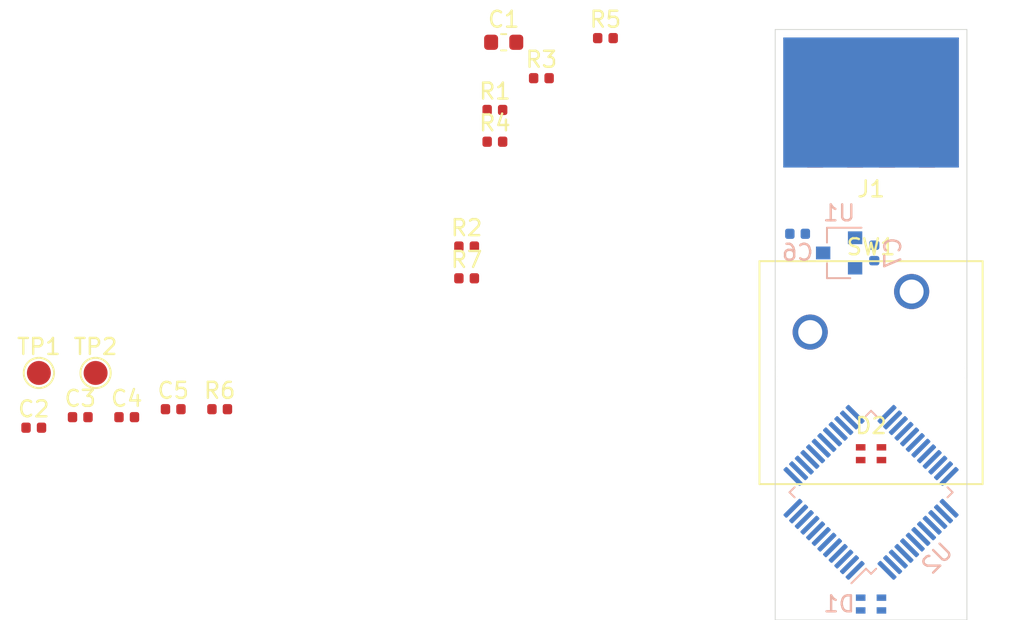
<source format=kicad_pcb>
(kicad_pcb (version 20171130) (host pcbnew 5.1.6)

  (general
    (thickness 1.6)
    (drawings 4)
    (tracks 0)
    (zones 0)
    (modules 22)
    (nets 48)
  )

  (page A4)
  (layers
    (0 F.Cu signal)
    (31 B.Cu signal)
    (32 B.Adhes user)
    (33 F.Adhes user)
    (34 B.Paste user)
    (35 F.Paste user)
    (36 B.SilkS user)
    (37 F.SilkS user)
    (38 B.Mask user)
    (39 F.Mask user)
    (40 Dwgs.User user)
    (41 Cmts.User user)
    (42 Eco1.User user)
    (43 Eco2.User user)
    (44 Edge.Cuts user)
    (45 Margin user)
    (46 B.CrtYd user)
    (47 F.CrtYd user)
    (48 B.Fab user)
    (49 F.Fab user)
  )

  (setup
    (last_trace_width 0.25)
    (trace_clearance 0.2)
    (zone_clearance 0.508)
    (zone_45_only no)
    (trace_min 0.2)
    (via_size 0.8)
    (via_drill 0.4)
    (via_min_size 0.6)
    (via_min_drill 0.3)
    (uvia_size 0.3)
    (uvia_drill 0.1)
    (uvias_allowed no)
    (uvia_min_size 0.2)
    (uvia_min_drill 0.1)
    (edge_width 0.05)
    (segment_width 0.2)
    (pcb_text_width 0.3)
    (pcb_text_size 1.5 1.5)
    (mod_edge_width 0.12)
    (mod_text_size 1 1)
    (mod_text_width 0.15)
    (pad_size 1.524 1.524)
    (pad_drill 0.762)
    (pad_to_mask_clearance 0.05)
    (aux_axis_origin 0 0)
    (visible_elements FFFFF77F)
    (pcbplotparams
      (layerselection 0x010fc_ffffffff)
      (usegerberextensions false)
      (usegerberattributes true)
      (usegerberadvancedattributes true)
      (creategerberjobfile true)
      (excludeedgelayer true)
      (linewidth 0.100000)
      (plotframeref false)
      (viasonmask false)
      (mode 1)
      (useauxorigin false)
      (hpglpennumber 1)
      (hpglpenspeed 20)
      (hpglpendiameter 15.000000)
      (psnegative false)
      (psa4output false)
      (plotreference true)
      (plotvalue true)
      (plotinvisibletext false)
      (padsonsilk false)
      (subtractmaskfromsilk false)
      (outputformat 1)
      (mirror false)
      (drillshape 1)
      (scaleselection 1)
      (outputdirectory ""))
  )

  (net 0 "")
  (net 1 GND)
  (net 2 +3V3)
  (net 3 VBUS)
  (net 4 "Net-(D1-Pad4)")
  (net 5 "Net-(D1-Pad3)")
  (net 6 "Net-(D1-Pad1)")
  (net 7 "Net-(D2-Pad4)")
  (net 8 "Net-(D2-Pad3)")
  (net 9 "Net-(D2-Pad1)")
  (net 10 /D+)
  (net 11 /D-)
  (net 12 /BTN1)
  (net 13 /LED1_R)
  (net 14 /LED1_G)
  (net 15 /LED1_B)
  (net 16 /LED2_R)
  (net 17 /LED2_G)
  (net 18 /LED2_B)
  (net 19 /SWDIO)
  (net 20 /SWCLK)
  (net 21 "Net-(U2-Pad46)")
  (net 22 "Net-(U2-Pad45)")
  (net 23 "Net-(U2-Pad43)")
  (net 24 "Net-(U2-Pad42)")
  (net 25 "Net-(U2-Pad40)")
  (net 26 "Net-(U2-Pad39)")
  (net 27 "Net-(U2-Pad38)")
  (net 28 "Net-(U2-Pad31)")
  (net 29 "Net-(U2-Pad30)")
  (net 30 "Net-(U2-Pad29)")
  (net 31 "Net-(U2-Pad28)")
  (net 32 "Net-(U2-Pad27)")
  (net 33 "Net-(U2-Pad26)")
  (net 34 "Net-(U2-Pad25)")
  (net 35 "Net-(U2-Pad22)")
  (net 36 "Net-(U2-Pad21)")
  (net 37 "Net-(U2-Pad20)")
  (net 38 "Net-(U2-Pad17)")
  (net 39 "Net-(U2-Pad16)")
  (net 40 "Net-(U2-Pad15)")
  (net 41 "Net-(U2-Pad14)")
  (net 42 "Net-(U2-Pad7)")
  (net 43 "Net-(U2-Pad6)")
  (net 44 "Net-(U2-Pad5)")
  (net 45 "Net-(U2-Pad4)")
  (net 46 "Net-(U2-Pad3)")
  (net 47 "Net-(U2-Pad2)")

  (net_class Default "This is the default net class."
    (clearance 0.2)
    (trace_width 0.25)
    (via_dia 0.8)
    (via_drill 0.4)
    (uvia_dia 0.3)
    (uvia_drill 0.1)
    (add_net +3V3)
    (add_net /BTN1)
    (add_net /D+)
    (add_net /D-)
    (add_net /LED1_B)
    (add_net /LED1_G)
    (add_net /LED1_R)
    (add_net /LED2_B)
    (add_net /LED2_G)
    (add_net /LED2_R)
    (add_net /SWCLK)
    (add_net /SWDIO)
    (add_net GND)
    (add_net "Net-(D1-Pad1)")
    (add_net "Net-(D1-Pad3)")
    (add_net "Net-(D1-Pad4)")
    (add_net "Net-(D2-Pad1)")
    (add_net "Net-(D2-Pad3)")
    (add_net "Net-(D2-Pad4)")
    (add_net "Net-(U2-Pad14)")
    (add_net "Net-(U2-Pad15)")
    (add_net "Net-(U2-Pad16)")
    (add_net "Net-(U2-Pad17)")
    (add_net "Net-(U2-Pad2)")
    (add_net "Net-(U2-Pad20)")
    (add_net "Net-(U2-Pad21)")
    (add_net "Net-(U2-Pad22)")
    (add_net "Net-(U2-Pad25)")
    (add_net "Net-(U2-Pad26)")
    (add_net "Net-(U2-Pad27)")
    (add_net "Net-(U2-Pad28)")
    (add_net "Net-(U2-Pad29)")
    (add_net "Net-(U2-Pad3)")
    (add_net "Net-(U2-Pad30)")
    (add_net "Net-(U2-Pad31)")
    (add_net "Net-(U2-Pad38)")
    (add_net "Net-(U2-Pad39)")
    (add_net "Net-(U2-Pad4)")
    (add_net "Net-(U2-Pad40)")
    (add_net "Net-(U2-Pad42)")
    (add_net "Net-(U2-Pad43)")
    (add_net "Net-(U2-Pad45)")
    (add_net "Net-(U2-Pad46)")
    (add_net "Net-(U2-Pad5)")
    (add_net "Net-(U2-Pad6)")
    (add_net "Net-(U2-Pad7)")
    (add_net VBUS)
  )

  (module Capacitor_SMD:C_0402_1005Metric (layer B.Cu) (tedit 5B301BBE) (tstamp 5F92C15E)
    (at 145.4 62.8)
    (descr "Capacitor SMD 0402 (1005 Metric), square (rectangular) end terminal, IPC_7351 nominal, (Body size source: http://www.tortai-tech.com/upload/download/2011102023233369053.pdf), generated with kicad-footprint-generator")
    (tags capacitor)
    (path /5F93753A)
    (attr smd)
    (fp_text reference C6 (at 0 1.17) (layer B.SilkS)
      (effects (font (size 1 1) (thickness 0.15)) (justify mirror))
    )
    (fp_text value 1u (at 0 -1.17) (layer B.Fab)
      (effects (font (size 1 1) (thickness 0.15)) (justify mirror))
    )
    (fp_line (start -0.5 -0.25) (end -0.5 0.25) (layer B.Fab) (width 0.1))
    (fp_line (start -0.5 0.25) (end 0.5 0.25) (layer B.Fab) (width 0.1))
    (fp_line (start 0.5 0.25) (end 0.5 -0.25) (layer B.Fab) (width 0.1))
    (fp_line (start 0.5 -0.25) (end -0.5 -0.25) (layer B.Fab) (width 0.1))
    (fp_line (start -0.93 -0.47) (end -0.93 0.47) (layer B.CrtYd) (width 0.05))
    (fp_line (start -0.93 0.47) (end 0.93 0.47) (layer B.CrtYd) (width 0.05))
    (fp_line (start 0.93 0.47) (end 0.93 -0.47) (layer B.CrtYd) (width 0.05))
    (fp_line (start 0.93 -0.47) (end -0.93 -0.47) (layer B.CrtYd) (width 0.05))
    (fp_text user %R (at 0 0) (layer B.Fab)
      (effects (font (size 0.25 0.25) (thickness 0.04)) (justify mirror))
    )
    (pad 2 smd roundrect (at 0.485 0) (size 0.59 0.64) (layers B.Cu B.Paste B.Mask) (roundrect_rratio 0.25)
      (net 1 GND))
    (pad 1 smd roundrect (at -0.485 0) (size 0.59 0.64) (layers B.Cu B.Paste B.Mask) (roundrect_rratio 0.25)
      (net 3 VBUS))
    (model ${KISYS3DMOD}/Capacitor_SMD.3dshapes/C_0402_1005Metric.wrl
      (at (xyz 0 0 0))
      (scale (xyz 1 1 1))
      (rotate (xyz 0 0 0))
    )
  )

  (module Package_QFP:LQFP-48_7x7mm_P0.5mm (layer B.Cu) (tedit 5D9F72AF) (tstamp 5F92E9DF)
    (at 150 79 45)
    (descr "LQFP, 48 Pin (https://www.analog.com/media/en/technical-documentation/data-sheets/ltc2358-16.pdf), generated with kicad-footprint-generator ipc_gullwing_generator.py")
    (tags "LQFP QFP")
    (path /5F878F8D)
    (attr smd)
    (fp_text reference U2 (at 0 5.85 45) (layer B.SilkS)
      (effects (font (size 1 1) (thickness 0.15)) (justify mirror))
    )
    (fp_text value STM32F072CBT6 (at 0 -5.85 45) (layer B.Fab)
      (effects (font (size 1 1) (thickness 0.15)) (justify mirror))
    )
    (fp_line (start 3.16 -3.61) (end 3.61 -3.61) (layer B.SilkS) (width 0.12))
    (fp_line (start 3.61 -3.61) (end 3.61 -3.16) (layer B.SilkS) (width 0.12))
    (fp_line (start -3.16 -3.61) (end -3.61 -3.61) (layer B.SilkS) (width 0.12))
    (fp_line (start -3.61 -3.61) (end -3.61 -3.16) (layer B.SilkS) (width 0.12))
    (fp_line (start 3.16 3.61) (end 3.61 3.61) (layer B.SilkS) (width 0.12))
    (fp_line (start 3.61 3.61) (end 3.61 3.16) (layer B.SilkS) (width 0.12))
    (fp_line (start -3.16 3.61) (end -3.61 3.61) (layer B.SilkS) (width 0.12))
    (fp_line (start -3.61 3.61) (end -3.61 3.16) (layer B.SilkS) (width 0.12))
    (fp_line (start -3.61 3.16) (end -4.9 3.16) (layer B.SilkS) (width 0.12))
    (fp_line (start -2.5 3.5) (end 3.5 3.5) (layer B.Fab) (width 0.1))
    (fp_line (start 3.5 3.5) (end 3.5 -3.5) (layer B.Fab) (width 0.1))
    (fp_line (start 3.5 -3.5) (end -3.5 -3.5) (layer B.Fab) (width 0.1))
    (fp_line (start -3.5 -3.5) (end -3.5 2.5) (layer B.Fab) (width 0.1))
    (fp_line (start -3.5 2.5) (end -2.5 3.5) (layer B.Fab) (width 0.1))
    (fp_line (start 0 5.15) (end -3.15 5.15) (layer B.CrtYd) (width 0.05))
    (fp_line (start -3.15 5.15) (end -3.15 3.75) (layer B.CrtYd) (width 0.05))
    (fp_line (start -3.15 3.75) (end -3.75 3.75) (layer B.CrtYd) (width 0.05))
    (fp_line (start -3.75 3.75) (end -3.75 3.15) (layer B.CrtYd) (width 0.05))
    (fp_line (start -3.75 3.15) (end -5.15 3.15) (layer B.CrtYd) (width 0.05))
    (fp_line (start -5.15 3.15) (end -5.15 0) (layer B.CrtYd) (width 0.05))
    (fp_line (start 0 5.15) (end 3.15 5.15) (layer B.CrtYd) (width 0.05))
    (fp_line (start 3.15 5.15) (end 3.15 3.75) (layer B.CrtYd) (width 0.05))
    (fp_line (start 3.15 3.75) (end 3.75 3.75) (layer B.CrtYd) (width 0.05))
    (fp_line (start 3.75 3.75) (end 3.75 3.15) (layer B.CrtYd) (width 0.05))
    (fp_line (start 3.75 3.15) (end 5.15 3.15) (layer B.CrtYd) (width 0.05))
    (fp_line (start 5.15 3.15) (end 5.15 0) (layer B.CrtYd) (width 0.05))
    (fp_line (start 0 -5.15) (end -3.15 -5.15) (layer B.CrtYd) (width 0.05))
    (fp_line (start -3.15 -5.15) (end -3.15 -3.75) (layer B.CrtYd) (width 0.05))
    (fp_line (start -3.15 -3.75) (end -3.75 -3.75) (layer B.CrtYd) (width 0.05))
    (fp_line (start -3.75 -3.75) (end -3.75 -3.15) (layer B.CrtYd) (width 0.05))
    (fp_line (start -3.75 -3.15) (end -5.15 -3.15) (layer B.CrtYd) (width 0.05))
    (fp_line (start -5.15 -3.15) (end -5.15 0) (layer B.CrtYd) (width 0.05))
    (fp_line (start 0 -5.15) (end 3.15 -5.15) (layer B.CrtYd) (width 0.05))
    (fp_line (start 3.15 -5.15) (end 3.15 -3.75) (layer B.CrtYd) (width 0.05))
    (fp_line (start 3.15 -3.75) (end 3.75 -3.75) (layer B.CrtYd) (width 0.05))
    (fp_line (start 3.75 -3.75) (end 3.75 -3.15) (layer B.CrtYd) (width 0.05))
    (fp_line (start 3.75 -3.15) (end 5.15 -3.15) (layer B.CrtYd) (width 0.05))
    (fp_line (start 5.15 -3.15) (end 5.15 0) (layer B.CrtYd) (width 0.05))
    (fp_text user %R (at 0 0 45) (layer B.Fab)
      (effects (font (size 1 1) (thickness 0.15)) (justify mirror))
    )
    (pad 48 smd roundrect (at -2.75 4.1625 45) (size 0.3 1.475) (layers B.Cu B.Paste B.Mask) (roundrect_rratio 0.25)
      (net 2 +3V3))
    (pad 47 smd roundrect (at -2.25 4.1625 45) (size 0.3 1.475) (layers B.Cu B.Paste B.Mask) (roundrect_rratio 0.25)
      (net 1 GND))
    (pad 46 smd roundrect (at -1.75 4.1625 45) (size 0.3 1.475) (layers B.Cu B.Paste B.Mask) (roundrect_rratio 0.25)
      (net 21 "Net-(U2-Pad46)"))
    (pad 45 smd roundrect (at -1.25 4.1625 45) (size 0.3 1.475) (layers B.Cu B.Paste B.Mask) (roundrect_rratio 0.25)
      (net 22 "Net-(U2-Pad45)"))
    (pad 44 smd roundrect (at -0.75 4.1625 45) (size 0.3 1.475) (layers B.Cu B.Paste B.Mask) (roundrect_rratio 0.25)
      (net 12 /BTN1))
    (pad 43 smd roundrect (at -0.25 4.1625 45) (size 0.3 1.475) (layers B.Cu B.Paste B.Mask) (roundrect_rratio 0.25)
      (net 23 "Net-(U2-Pad43)"))
    (pad 42 smd roundrect (at 0.25 4.1625 45) (size 0.3 1.475) (layers B.Cu B.Paste B.Mask) (roundrect_rratio 0.25)
      (net 24 "Net-(U2-Pad42)"))
    (pad 41 smd roundrect (at 0.75 4.1625 45) (size 0.3 1.475) (layers B.Cu B.Paste B.Mask) (roundrect_rratio 0.25)
      (net 18 /LED2_B))
    (pad 40 smd roundrect (at 1.25 4.1625 45) (size 0.3 1.475) (layers B.Cu B.Paste B.Mask) (roundrect_rratio 0.25)
      (net 25 "Net-(U2-Pad40)"))
    (pad 39 smd roundrect (at 1.75 4.1625 45) (size 0.3 1.475) (layers B.Cu B.Paste B.Mask) (roundrect_rratio 0.25)
      (net 26 "Net-(U2-Pad39)"))
    (pad 38 smd roundrect (at 2.25 4.1625 45) (size 0.3 1.475) (layers B.Cu B.Paste B.Mask) (roundrect_rratio 0.25)
      (net 27 "Net-(U2-Pad38)"))
    (pad 37 smd roundrect (at 2.75 4.1625 45) (size 0.3 1.475) (layers B.Cu B.Paste B.Mask) (roundrect_rratio 0.25)
      (net 20 /SWCLK))
    (pad 36 smd roundrect (at 4.1625 2.75 45) (size 1.475 0.3) (layers B.Cu B.Paste B.Mask) (roundrect_rratio 0.25)
      (net 2 +3V3))
    (pad 35 smd roundrect (at 4.1625 2.25 45) (size 1.475 0.3) (layers B.Cu B.Paste B.Mask) (roundrect_rratio 0.25)
      (net 1 GND))
    (pad 34 smd roundrect (at 4.1625 1.75 45) (size 1.475 0.3) (layers B.Cu B.Paste B.Mask) (roundrect_rratio 0.25)
      (net 19 /SWDIO))
    (pad 33 smd roundrect (at 4.1625 1.25 45) (size 1.475 0.3) (layers B.Cu B.Paste B.Mask) (roundrect_rratio 0.25)
      (net 10 /D+))
    (pad 32 smd roundrect (at 4.1625 0.75 45) (size 1.475 0.3) (layers B.Cu B.Paste B.Mask) (roundrect_rratio 0.25)
      (net 11 /D-))
    (pad 31 smd roundrect (at 4.1625 0.25 45) (size 1.475 0.3) (layers B.Cu B.Paste B.Mask) (roundrect_rratio 0.25)
      (net 28 "Net-(U2-Pad31)"))
    (pad 30 smd roundrect (at 4.1625 -0.25 45) (size 1.475 0.3) (layers B.Cu B.Paste B.Mask) (roundrect_rratio 0.25)
      (net 29 "Net-(U2-Pad30)"))
    (pad 29 smd roundrect (at 4.1625 -0.75 45) (size 1.475 0.3) (layers B.Cu B.Paste B.Mask) (roundrect_rratio 0.25)
      (net 30 "Net-(U2-Pad29)"))
    (pad 28 smd roundrect (at 4.1625 -1.25 45) (size 1.475 0.3) (layers B.Cu B.Paste B.Mask) (roundrect_rratio 0.25)
      (net 31 "Net-(U2-Pad28)"))
    (pad 27 smd roundrect (at 4.1625 -1.75 45) (size 1.475 0.3) (layers B.Cu B.Paste B.Mask) (roundrect_rratio 0.25)
      (net 32 "Net-(U2-Pad27)"))
    (pad 26 smd roundrect (at 4.1625 -2.25 45) (size 1.475 0.3) (layers B.Cu B.Paste B.Mask) (roundrect_rratio 0.25)
      (net 33 "Net-(U2-Pad26)"))
    (pad 25 smd roundrect (at 4.1625 -2.75 45) (size 1.475 0.3) (layers B.Cu B.Paste B.Mask) (roundrect_rratio 0.25)
      (net 34 "Net-(U2-Pad25)"))
    (pad 24 smd roundrect (at 2.75 -4.1625 45) (size 0.3 1.475) (layers B.Cu B.Paste B.Mask) (roundrect_rratio 0.25)
      (net 2 +3V3))
    (pad 23 smd roundrect (at 2.25 -4.1625 45) (size 0.3 1.475) (layers B.Cu B.Paste B.Mask) (roundrect_rratio 0.25)
      (net 1 GND))
    (pad 22 smd roundrect (at 1.75 -4.1625 45) (size 0.3 1.475) (layers B.Cu B.Paste B.Mask) (roundrect_rratio 0.25)
      (net 35 "Net-(U2-Pad22)"))
    (pad 21 smd roundrect (at 1.25 -4.1625 45) (size 0.3 1.475) (layers B.Cu B.Paste B.Mask) (roundrect_rratio 0.25)
      (net 36 "Net-(U2-Pad21)"))
    (pad 20 smd roundrect (at 0.75 -4.1625 45) (size 0.3 1.475) (layers B.Cu B.Paste B.Mask) (roundrect_rratio 0.25)
      (net 37 "Net-(U2-Pad20)"))
    (pad 19 smd roundrect (at 0.25 -4.1625 45) (size 0.3 1.475) (layers B.Cu B.Paste B.Mask) (roundrect_rratio 0.25)
      (net 16 /LED2_R))
    (pad 18 smd roundrect (at -0.25 -4.1625 45) (size 0.3 1.475) (layers B.Cu B.Paste B.Mask) (roundrect_rratio 0.25)
      (net 17 /LED2_G))
    (pad 17 smd roundrect (at -0.75 -4.1625 45) (size 0.3 1.475) (layers B.Cu B.Paste B.Mask) (roundrect_rratio 0.25)
      (net 38 "Net-(U2-Pad17)"))
    (pad 16 smd roundrect (at -1.25 -4.1625 45) (size 0.3 1.475) (layers B.Cu B.Paste B.Mask) (roundrect_rratio 0.25)
      (net 39 "Net-(U2-Pad16)"))
    (pad 15 smd roundrect (at -1.75 -4.1625 45) (size 0.3 1.475) (layers B.Cu B.Paste B.Mask) (roundrect_rratio 0.25)
      (net 40 "Net-(U2-Pad15)"))
    (pad 14 smd roundrect (at -2.25 -4.1625 45) (size 0.3 1.475) (layers B.Cu B.Paste B.Mask) (roundrect_rratio 0.25)
      (net 41 "Net-(U2-Pad14)"))
    (pad 13 smd roundrect (at -2.75 -4.1625 45) (size 0.3 1.475) (layers B.Cu B.Paste B.Mask) (roundrect_rratio 0.25)
      (net 12 /BTN1))
    (pad 12 smd roundrect (at -4.1625 -2.75 45) (size 1.475 0.3) (layers B.Cu B.Paste B.Mask) (roundrect_rratio 0.25)
      (net 13 /LED1_R))
    (pad 11 smd roundrect (at -4.1625 -2.25 45) (size 1.475 0.3) (layers B.Cu B.Paste B.Mask) (roundrect_rratio 0.25)
      (net 14 /LED1_G))
    (pad 10 smd roundrect (at -4.1625 -1.75 45) (size 1.475 0.3) (layers B.Cu B.Paste B.Mask) (roundrect_rratio 0.25)
      (net 15 /LED1_B))
    (pad 9 smd roundrect (at -4.1625 -1.25 45) (size 1.475 0.3) (layers B.Cu B.Paste B.Mask) (roundrect_rratio 0.25)
      (net 2 +3V3))
    (pad 8 smd roundrect (at -4.1625 -0.75 45) (size 1.475 0.3) (layers B.Cu B.Paste B.Mask) (roundrect_rratio 0.25)
      (net 1 GND))
    (pad 7 smd roundrect (at -4.1625 -0.25 45) (size 1.475 0.3) (layers B.Cu B.Paste B.Mask) (roundrect_rratio 0.25)
      (net 42 "Net-(U2-Pad7)"))
    (pad 6 smd roundrect (at -4.1625 0.25 45) (size 1.475 0.3) (layers B.Cu B.Paste B.Mask) (roundrect_rratio 0.25)
      (net 43 "Net-(U2-Pad6)"))
    (pad 5 smd roundrect (at -4.1625 0.75 45) (size 1.475 0.3) (layers B.Cu B.Paste B.Mask) (roundrect_rratio 0.25)
      (net 44 "Net-(U2-Pad5)"))
    (pad 4 smd roundrect (at -4.1625 1.25 45) (size 1.475 0.3) (layers B.Cu B.Paste B.Mask) (roundrect_rratio 0.25)
      (net 45 "Net-(U2-Pad4)"))
    (pad 3 smd roundrect (at -4.1625 1.75 45) (size 1.475 0.3) (layers B.Cu B.Paste B.Mask) (roundrect_rratio 0.25)
      (net 46 "Net-(U2-Pad3)"))
    (pad 2 smd roundrect (at -4.1625 2.25 45) (size 1.475 0.3) (layers B.Cu B.Paste B.Mask) (roundrect_rratio 0.25)
      (net 47 "Net-(U2-Pad2)"))
    (pad 1 smd roundrect (at -4.1625 2.75 45) (size 1.475 0.3) (layers B.Cu B.Paste B.Mask) (roundrect_rratio 0.25)
      (net 2 +3V3))
    (model ${KISYS3DMOD}/Package_QFP.3dshapes/LQFP-48_7x7mm_P0.5mm.wrl
      (at (xyz 0 0 0))
      (scale (xyz 1 1 1))
      (rotate (xyz 0 0 0))
    )
  )

  (module Package_TO_SOT_SMD:SOT-23 (layer B.Cu) (tedit 5A02FF57) (tstamp 5F92B4F1)
    (at 148 64 180)
    (descr "SOT-23, Standard")
    (tags SOT-23)
    (path /5FA01775)
    (attr smd)
    (fp_text reference U1 (at 0 2.5) (layer B.SilkS)
      (effects (font (size 1 1) (thickness 0.15)) (justify mirror))
    )
    (fp_text value XC6206P332MR (at 0 -2.5) (layer B.Fab)
      (effects (font (size 1 1) (thickness 0.15)) (justify mirror))
    )
    (fp_line (start 0.76 -1.58) (end -0.7 -1.58) (layer B.SilkS) (width 0.12))
    (fp_line (start 0.76 1.58) (end -1.4 1.58) (layer B.SilkS) (width 0.12))
    (fp_line (start -1.7 -1.75) (end -1.7 1.75) (layer B.CrtYd) (width 0.05))
    (fp_line (start 1.7 -1.75) (end -1.7 -1.75) (layer B.CrtYd) (width 0.05))
    (fp_line (start 1.7 1.75) (end 1.7 -1.75) (layer B.CrtYd) (width 0.05))
    (fp_line (start -1.7 1.75) (end 1.7 1.75) (layer B.CrtYd) (width 0.05))
    (fp_line (start 0.76 1.58) (end 0.76 0.65) (layer B.SilkS) (width 0.12))
    (fp_line (start 0.76 -1.58) (end 0.76 -0.65) (layer B.SilkS) (width 0.12))
    (fp_line (start -0.7 -1.52) (end 0.7 -1.52) (layer B.Fab) (width 0.1))
    (fp_line (start 0.7 1.52) (end 0.7 -1.52) (layer B.Fab) (width 0.1))
    (fp_line (start -0.7 0.95) (end -0.15 1.52) (layer B.Fab) (width 0.1))
    (fp_line (start -0.15 1.52) (end 0.7 1.52) (layer B.Fab) (width 0.1))
    (fp_line (start -0.7 0.95) (end -0.7 -1.5) (layer B.Fab) (width 0.1))
    (fp_text user %R (at 0 0 -90) (layer B.Fab)
      (effects (font (size 0.5 0.5) (thickness 0.075)) (justify mirror))
    )
    (pad 1 smd rect (at -1 0.95 180) (size 0.9 0.8) (layers B.Cu B.Paste B.Mask)
      (net 1 GND))
    (pad 2 smd rect (at -1 -0.95 180) (size 0.9 0.8) (layers B.Cu B.Paste B.Mask)
      (net 2 +3V3))
    (pad 3 smd rect (at 1 0 180) (size 0.9 0.8) (layers B.Cu B.Paste B.Mask)
      (net 3 VBUS))
    (model ${KISYS3DMOD}/Package_TO_SOT_SMD.3dshapes/SOT-23.wrl
      (at (xyz 0 0 0))
      (scale (xyz 1 1 1))
      (rotate (xyz 0 0 0))
    )
  )

  (module TestPoint:TestPoint_Pad_D1.5mm (layer F.Cu) (tedit 5A0F774F) (tstamp 5F92A952)
    (at 101.45 71.52)
    (descr "SMD pad as test Point, diameter 1.5mm")
    (tags "test point SMD pad")
    (path /5FCB2854)
    (attr virtual)
    (fp_text reference TP2 (at 0 -1.648) (layer F.SilkS)
      (effects (font (size 1 1) (thickness 0.15)))
    )
    (fp_text value SWCLK (at 0 1.75) (layer F.Fab)
      (effects (font (size 1 1) (thickness 0.15)))
    )
    (fp_circle (center 0 0) (end 1.25 0) (layer F.CrtYd) (width 0.05))
    (fp_circle (center 0 0) (end 0 0.95) (layer F.SilkS) (width 0.12))
    (fp_text user %R (at 0 -1.65) (layer F.Fab)
      (effects (font (size 1 1) (thickness 0.15)))
    )
    (pad 1 smd circle (at 0 0) (size 1.5 1.5) (layers F.Cu F.Mask)
      (net 20 /SWCLK))
  )

  (module TestPoint:TestPoint_Pad_D1.5mm (layer F.Cu) (tedit 5A0F774F) (tstamp 5F92A94A)
    (at 97.9 71.52)
    (descr "SMD pad as test Point, diameter 1.5mm")
    (tags "test point SMD pad")
    (path /5FCAA338)
    (attr virtual)
    (fp_text reference TP1 (at 0 -1.648) (layer F.SilkS)
      (effects (font (size 1 1) (thickness 0.15)))
    )
    (fp_text value SWDIO (at 0 1.75) (layer F.Fab)
      (effects (font (size 1 1) (thickness 0.15)))
    )
    (fp_circle (center 0 0) (end 1.25 0) (layer F.CrtYd) (width 0.05))
    (fp_circle (center 0 0) (end 0 0.95) (layer F.SilkS) (width 0.12))
    (fp_text user %R (at 0 -1.65) (layer F.Fab)
      (effects (font (size 1 1) (thickness 0.15)))
    )
    (pad 1 smd circle (at 0 0) (size 1.5 1.5) (layers F.Cu F.Mask)
      (net 19 /SWDIO))
  )

  (module Button_Switch_Keyboard:SW_Cherry_MX_1.00u_PCB (layer F.Cu) (tedit 5A02FE24) (tstamp 5F92DCF2)
    (at 152.54 66.42)
    (descr "Cherry MX keyswitch, 1.00u, PCB mount, http://cherryamericas.com/wp-content/uploads/2014/12/mx_cat.pdf")
    (tags "Cherry MX keyswitch 1.00u PCB")
    (path /5F925207)
    (fp_text reference SW1 (at -2.54 -2.794) (layer F.SilkS)
      (effects (font (size 1 1) (thickness 0.15)))
    )
    (fp_text value MXxx-xxxx (at -2.54 12.954) (layer F.Fab)
      (effects (font (size 1 1) (thickness 0.15)))
    )
    (fp_line (start -8.89 -1.27) (end 3.81 -1.27) (layer F.Fab) (width 0.1))
    (fp_line (start 3.81 -1.27) (end 3.81 11.43) (layer F.Fab) (width 0.1))
    (fp_line (start 3.81 11.43) (end -8.89 11.43) (layer F.Fab) (width 0.1))
    (fp_line (start -8.89 11.43) (end -8.89 -1.27) (layer F.Fab) (width 0.1))
    (fp_line (start -9.14 11.68) (end -9.14 -1.52) (layer F.CrtYd) (width 0.05))
    (fp_line (start 4.06 11.68) (end -9.14 11.68) (layer F.CrtYd) (width 0.05))
    (fp_line (start 4.06 -1.52) (end 4.06 11.68) (layer F.CrtYd) (width 0.05))
    (fp_line (start -9.14 -1.52) (end 4.06 -1.52) (layer F.CrtYd) (width 0.05))
    (fp_line (start -12.065 -4.445) (end 6.985 -4.445) (layer Dwgs.User) (width 0.15))
    (fp_line (start 6.985 -4.445) (end 6.985 14.605) (layer Dwgs.User) (width 0.15))
    (fp_line (start 6.985 14.605) (end -12.065 14.605) (layer Dwgs.User) (width 0.15))
    (fp_line (start -12.065 14.605) (end -12.065 -4.445) (layer Dwgs.User) (width 0.15))
    (fp_line (start -9.525 -1.905) (end 4.445 -1.905) (layer F.SilkS) (width 0.12))
    (fp_line (start 4.445 -1.905) (end 4.445 12.065) (layer F.SilkS) (width 0.12))
    (fp_line (start 4.445 12.065) (end -9.525 12.065) (layer F.SilkS) (width 0.12))
    (fp_line (start -9.525 12.065) (end -9.525 -1.905) (layer F.SilkS) (width 0.12))
    (fp_text user %R (at -2.54 -2.794) (layer F.Fab)
      (effects (font (size 1 1) (thickness 0.15)))
    )
    (pad "" np_thru_hole circle (at 2.54 5.08) (size 1.7 1.7) (drill 1.7) (layers *.Cu *.Mask))
    (pad "" np_thru_hole circle (at -7.62 5.08) (size 1.7 1.7) (drill 1.7) (layers *.Cu *.Mask))
    (pad "" np_thru_hole circle (at -2.54 5.08) (size 4 4) (drill 4) (layers *.Cu *.Mask))
    (pad 2 thru_hole circle (at -6.35 2.54) (size 2.2 2.2) (drill 1.5) (layers *.Cu *.Mask)
      (net 2 +3V3))
    (pad 1 thru_hole circle (at 0 0) (size 2.2 2.2) (drill 1.5) (layers *.Cu *.Mask)
      (net 12 /BTN1))
    (model ${KISYS3DMOD}/Button_Switch_Keyboard.3dshapes/SW_Cherry_MX_1.00u_PCB.wrl
      (at (xyz 0 0 0))
      (scale (xyz 1 1 1))
      (rotate (xyz 0 0 0))
    )
  )

  (module Resistor_SMD:R_0402_1005Metric (layer F.Cu) (tedit 5B301BBD) (tstamp 5F92A928)
    (at 124.68 65.59)
    (descr "Resistor SMD 0402 (1005 Metric), square (rectangular) end terminal, IPC_7351 nominal, (Body size source: http://www.tortai-tech.com/upload/download/2011102023233369053.pdf), generated with kicad-footprint-generator")
    (tags resistor)
    (path /5FDA0D19)
    (attr smd)
    (fp_text reference R7 (at 0 -1.17) (layer F.SilkS)
      (effects (font (size 1 1) (thickness 0.15)))
    )
    (fp_text value 1k (at 0 1.17) (layer F.Fab)
      (effects (font (size 1 1) (thickness 0.15)))
    )
    (fp_line (start -0.5 0.25) (end -0.5 -0.25) (layer F.Fab) (width 0.1))
    (fp_line (start -0.5 -0.25) (end 0.5 -0.25) (layer F.Fab) (width 0.1))
    (fp_line (start 0.5 -0.25) (end 0.5 0.25) (layer F.Fab) (width 0.1))
    (fp_line (start 0.5 0.25) (end -0.5 0.25) (layer F.Fab) (width 0.1))
    (fp_line (start -0.93 0.47) (end -0.93 -0.47) (layer F.CrtYd) (width 0.05))
    (fp_line (start -0.93 -0.47) (end 0.93 -0.47) (layer F.CrtYd) (width 0.05))
    (fp_line (start 0.93 -0.47) (end 0.93 0.47) (layer F.CrtYd) (width 0.05))
    (fp_line (start 0.93 0.47) (end -0.93 0.47) (layer F.CrtYd) (width 0.05))
    (fp_text user %R (at 0 0) (layer F.Fab)
      (effects (font (size 0.25 0.25) (thickness 0.04)))
    )
    (pad 2 smd roundrect (at 0.485 0) (size 0.59 0.64) (layers F.Cu F.Paste F.Mask) (roundrect_rratio 0.25)
      (net 8 "Net-(D2-Pad3)"))
    (pad 1 smd roundrect (at -0.485 0) (size 0.59 0.64) (layers F.Cu F.Paste F.Mask) (roundrect_rratio 0.25)
      (net 18 /LED2_B))
    (model ${KISYS3DMOD}/Resistor_SMD.3dshapes/R_0402_1005Metric.wrl
      (at (xyz 0 0 0))
      (scale (xyz 1 1 1))
      (rotate (xyz 0 0 0))
    )
  )

  (module Resistor_SMD:R_0402_1005Metric (layer F.Cu) (tedit 5B301BBD) (tstamp 5F92A919)
    (at 109.22 73.79)
    (descr "Resistor SMD 0402 (1005 Metric), square (rectangular) end terminal, IPC_7351 nominal, (Body size source: http://www.tortai-tech.com/upload/download/2011102023233369053.pdf), generated with kicad-footprint-generator")
    (tags resistor)
    (path /5FDA00DF)
    (attr smd)
    (fp_text reference R6 (at 0 -1.17) (layer F.SilkS)
      (effects (font (size 1 1) (thickness 0.15)))
    )
    (fp_text value 1k (at 0 1.17) (layer F.Fab)
      (effects (font (size 1 1) (thickness 0.15)))
    )
    (fp_line (start -0.5 0.25) (end -0.5 -0.25) (layer F.Fab) (width 0.1))
    (fp_line (start -0.5 -0.25) (end 0.5 -0.25) (layer F.Fab) (width 0.1))
    (fp_line (start 0.5 -0.25) (end 0.5 0.25) (layer F.Fab) (width 0.1))
    (fp_line (start 0.5 0.25) (end -0.5 0.25) (layer F.Fab) (width 0.1))
    (fp_line (start -0.93 0.47) (end -0.93 -0.47) (layer F.CrtYd) (width 0.05))
    (fp_line (start -0.93 -0.47) (end 0.93 -0.47) (layer F.CrtYd) (width 0.05))
    (fp_line (start 0.93 -0.47) (end 0.93 0.47) (layer F.CrtYd) (width 0.05))
    (fp_line (start 0.93 0.47) (end -0.93 0.47) (layer F.CrtYd) (width 0.05))
    (fp_text user %R (at 0 0) (layer F.Fab)
      (effects (font (size 0.25 0.25) (thickness 0.04)))
    )
    (pad 2 smd roundrect (at 0.485 0) (size 0.59 0.64) (layers F.Cu F.Paste F.Mask) (roundrect_rratio 0.25)
      (net 7 "Net-(D2-Pad4)"))
    (pad 1 smd roundrect (at -0.485 0) (size 0.59 0.64) (layers F.Cu F.Paste F.Mask) (roundrect_rratio 0.25)
      (net 17 /LED2_G))
    (model ${KISYS3DMOD}/Resistor_SMD.3dshapes/R_0402_1005Metric.wrl
      (at (xyz 0 0 0))
      (scale (xyz 1 1 1))
      (rotate (xyz 0 0 0))
    )
  )

  (module Resistor_SMD:R_0402_1005Metric (layer F.Cu) (tedit 5B301BBD) (tstamp 5F92A90A)
    (at 133.37 50.54)
    (descr "Resistor SMD 0402 (1005 Metric), square (rectangular) end terminal, IPC_7351 nominal, (Body size source: http://www.tortai-tech.com/upload/download/2011102023233369053.pdf), generated with kicad-footprint-generator")
    (tags resistor)
    (path /5FD9D2CE)
    (attr smd)
    (fp_text reference R5 (at 0 -1.17) (layer F.SilkS)
      (effects (font (size 1 1) (thickness 0.15)))
    )
    (fp_text value 1k (at 0 1.17) (layer F.Fab)
      (effects (font (size 1 1) (thickness 0.15)))
    )
    (fp_line (start -0.5 0.25) (end -0.5 -0.25) (layer F.Fab) (width 0.1))
    (fp_line (start -0.5 -0.25) (end 0.5 -0.25) (layer F.Fab) (width 0.1))
    (fp_line (start 0.5 -0.25) (end 0.5 0.25) (layer F.Fab) (width 0.1))
    (fp_line (start 0.5 0.25) (end -0.5 0.25) (layer F.Fab) (width 0.1))
    (fp_line (start -0.93 0.47) (end -0.93 -0.47) (layer F.CrtYd) (width 0.05))
    (fp_line (start -0.93 -0.47) (end 0.93 -0.47) (layer F.CrtYd) (width 0.05))
    (fp_line (start 0.93 -0.47) (end 0.93 0.47) (layer F.CrtYd) (width 0.05))
    (fp_line (start 0.93 0.47) (end -0.93 0.47) (layer F.CrtYd) (width 0.05))
    (fp_text user %R (at 0 0) (layer F.Fab)
      (effects (font (size 0.25 0.25) (thickness 0.04)))
    )
    (pad 2 smd roundrect (at 0.485 0) (size 0.59 0.64) (layers F.Cu F.Paste F.Mask) (roundrect_rratio 0.25)
      (net 9 "Net-(D2-Pad1)"))
    (pad 1 smd roundrect (at -0.485 0) (size 0.59 0.64) (layers F.Cu F.Paste F.Mask) (roundrect_rratio 0.25)
      (net 16 /LED2_R))
    (model ${KISYS3DMOD}/Resistor_SMD.3dshapes/R_0402_1005Metric.wrl
      (at (xyz 0 0 0))
      (scale (xyz 1 1 1))
      (rotate (xyz 0 0 0))
    )
  )

  (module Resistor_SMD:R_0402_1005Metric (layer F.Cu) (tedit 5B301BBD) (tstamp 5F92A8FB)
    (at 126.45 57.03)
    (descr "Resistor SMD 0402 (1005 Metric), square (rectangular) end terminal, IPC_7351 nominal, (Body size source: http://www.tortai-tech.com/upload/download/2011102023233369053.pdf), generated with kicad-footprint-generator")
    (tags resistor)
    (path /5F9366E4)
    (attr smd)
    (fp_text reference R4 (at 0 -1.17) (layer F.SilkS)
      (effects (font (size 1 1) (thickness 0.15)))
    )
    (fp_text value 1k (at 0 1.17) (layer F.Fab)
      (effects (font (size 1 1) (thickness 0.15)))
    )
    (fp_line (start -0.5 0.25) (end -0.5 -0.25) (layer F.Fab) (width 0.1))
    (fp_line (start -0.5 -0.25) (end 0.5 -0.25) (layer F.Fab) (width 0.1))
    (fp_line (start 0.5 -0.25) (end 0.5 0.25) (layer F.Fab) (width 0.1))
    (fp_line (start 0.5 0.25) (end -0.5 0.25) (layer F.Fab) (width 0.1))
    (fp_line (start -0.93 0.47) (end -0.93 -0.47) (layer F.CrtYd) (width 0.05))
    (fp_line (start -0.93 -0.47) (end 0.93 -0.47) (layer F.CrtYd) (width 0.05))
    (fp_line (start 0.93 -0.47) (end 0.93 0.47) (layer F.CrtYd) (width 0.05))
    (fp_line (start 0.93 0.47) (end -0.93 0.47) (layer F.CrtYd) (width 0.05))
    (fp_text user %R (at 0 0) (layer F.Fab)
      (effects (font (size 0.25 0.25) (thickness 0.04)))
    )
    (pad 2 smd roundrect (at 0.485 0) (size 0.59 0.64) (layers F.Cu F.Paste F.Mask) (roundrect_rratio 0.25)
      (net 5 "Net-(D1-Pad3)"))
    (pad 1 smd roundrect (at -0.485 0) (size 0.59 0.64) (layers F.Cu F.Paste F.Mask) (roundrect_rratio 0.25)
      (net 15 /LED1_B))
    (model ${KISYS3DMOD}/Resistor_SMD.3dshapes/R_0402_1005Metric.wrl
      (at (xyz 0 0 0))
      (scale (xyz 1 1 1))
      (rotate (xyz 0 0 0))
    )
  )

  (module Resistor_SMD:R_0402_1005Metric (layer F.Cu) (tedit 5B301BBD) (tstamp 5F92A8EC)
    (at 129.36 53.05)
    (descr "Resistor SMD 0402 (1005 Metric), square (rectangular) end terminal, IPC_7351 nominal, (Body size source: http://www.tortai-tech.com/upload/download/2011102023233369053.pdf), generated with kicad-footprint-generator")
    (tags resistor)
    (path /5F935EFD)
    (attr smd)
    (fp_text reference R3 (at 0 -1.17) (layer F.SilkS)
      (effects (font (size 1 1) (thickness 0.15)))
    )
    (fp_text value 1k (at 0 1.17) (layer F.Fab)
      (effects (font (size 1 1) (thickness 0.15)))
    )
    (fp_line (start -0.5 0.25) (end -0.5 -0.25) (layer F.Fab) (width 0.1))
    (fp_line (start -0.5 -0.25) (end 0.5 -0.25) (layer F.Fab) (width 0.1))
    (fp_line (start 0.5 -0.25) (end 0.5 0.25) (layer F.Fab) (width 0.1))
    (fp_line (start 0.5 0.25) (end -0.5 0.25) (layer F.Fab) (width 0.1))
    (fp_line (start -0.93 0.47) (end -0.93 -0.47) (layer F.CrtYd) (width 0.05))
    (fp_line (start -0.93 -0.47) (end 0.93 -0.47) (layer F.CrtYd) (width 0.05))
    (fp_line (start 0.93 -0.47) (end 0.93 0.47) (layer F.CrtYd) (width 0.05))
    (fp_line (start 0.93 0.47) (end -0.93 0.47) (layer F.CrtYd) (width 0.05))
    (fp_text user %R (at 0 0) (layer F.Fab)
      (effects (font (size 0.25 0.25) (thickness 0.04)))
    )
    (pad 2 smd roundrect (at 0.485 0) (size 0.59 0.64) (layers F.Cu F.Paste F.Mask) (roundrect_rratio 0.25)
      (net 4 "Net-(D1-Pad4)"))
    (pad 1 smd roundrect (at -0.485 0) (size 0.59 0.64) (layers F.Cu F.Paste F.Mask) (roundrect_rratio 0.25)
      (net 14 /LED1_G))
    (model ${KISYS3DMOD}/Resistor_SMD.3dshapes/R_0402_1005Metric.wrl
      (at (xyz 0 0 0))
      (scale (xyz 1 1 1))
      (rotate (xyz 0 0 0))
    )
  )

  (module Resistor_SMD:R_0402_1005Metric (layer F.Cu) (tedit 5B301BBD) (tstamp 5F92A8DD)
    (at 124.68 63.6)
    (descr "Resistor SMD 0402 (1005 Metric), square (rectangular) end terminal, IPC_7351 nominal, (Body size source: http://www.tortai-tech.com/upload/download/2011102023233369053.pdf), generated with kicad-footprint-generator")
    (tags resistor)
    (path /5F9354AF)
    (attr smd)
    (fp_text reference R2 (at 0 -1.17) (layer F.SilkS)
      (effects (font (size 1 1) (thickness 0.15)))
    )
    (fp_text value 1k (at 0 1.17) (layer F.Fab)
      (effects (font (size 1 1) (thickness 0.15)))
    )
    (fp_line (start -0.5 0.25) (end -0.5 -0.25) (layer F.Fab) (width 0.1))
    (fp_line (start -0.5 -0.25) (end 0.5 -0.25) (layer F.Fab) (width 0.1))
    (fp_line (start 0.5 -0.25) (end 0.5 0.25) (layer F.Fab) (width 0.1))
    (fp_line (start 0.5 0.25) (end -0.5 0.25) (layer F.Fab) (width 0.1))
    (fp_line (start -0.93 0.47) (end -0.93 -0.47) (layer F.CrtYd) (width 0.05))
    (fp_line (start -0.93 -0.47) (end 0.93 -0.47) (layer F.CrtYd) (width 0.05))
    (fp_line (start 0.93 -0.47) (end 0.93 0.47) (layer F.CrtYd) (width 0.05))
    (fp_line (start 0.93 0.47) (end -0.93 0.47) (layer F.CrtYd) (width 0.05))
    (fp_text user %R (at 0 0) (layer F.Fab)
      (effects (font (size 0.25 0.25) (thickness 0.04)))
    )
    (pad 2 smd roundrect (at 0.485 0) (size 0.59 0.64) (layers F.Cu F.Paste F.Mask) (roundrect_rratio 0.25)
      (net 6 "Net-(D1-Pad1)"))
    (pad 1 smd roundrect (at -0.485 0) (size 0.59 0.64) (layers F.Cu F.Paste F.Mask) (roundrect_rratio 0.25)
      (net 13 /LED1_R))
    (model ${KISYS3DMOD}/Resistor_SMD.3dshapes/R_0402_1005Metric.wrl
      (at (xyz 0 0 0))
      (scale (xyz 1 1 1))
      (rotate (xyz 0 0 0))
    )
  )

  (module Resistor_SMD:R_0402_1005Metric (layer F.Cu) (tedit 5B301BBD) (tstamp 5F92A8CE)
    (at 126.45 55.04)
    (descr "Resistor SMD 0402 (1005 Metric), square (rectangular) end terminal, IPC_7351 nominal, (Body size source: http://www.tortai-tech.com/upload/download/2011102023233369053.pdf), generated with kicad-footprint-generator")
    (tags resistor)
    (path /5F905B31)
    (attr smd)
    (fp_text reference R1 (at 0 -1.17) (layer F.SilkS)
      (effects (font (size 1 1) (thickness 0.15)))
    )
    (fp_text value 10k (at 0 1.17) (layer F.Fab)
      (effects (font (size 1 1) (thickness 0.15)))
    )
    (fp_line (start -0.5 0.25) (end -0.5 -0.25) (layer F.Fab) (width 0.1))
    (fp_line (start -0.5 -0.25) (end 0.5 -0.25) (layer F.Fab) (width 0.1))
    (fp_line (start 0.5 -0.25) (end 0.5 0.25) (layer F.Fab) (width 0.1))
    (fp_line (start 0.5 0.25) (end -0.5 0.25) (layer F.Fab) (width 0.1))
    (fp_line (start -0.93 0.47) (end -0.93 -0.47) (layer F.CrtYd) (width 0.05))
    (fp_line (start -0.93 -0.47) (end 0.93 -0.47) (layer F.CrtYd) (width 0.05))
    (fp_line (start 0.93 -0.47) (end 0.93 0.47) (layer F.CrtYd) (width 0.05))
    (fp_line (start 0.93 0.47) (end -0.93 0.47) (layer F.CrtYd) (width 0.05))
    (fp_text user %R (at 0 0) (layer F.Fab)
      (effects (font (size 0.25 0.25) (thickness 0.04)))
    )
    (pad 2 smd roundrect (at 0.485 0) (size 0.59 0.64) (layers F.Cu F.Paste F.Mask) (roundrect_rratio 0.25)
      (net 1 GND))
    (pad 1 smd roundrect (at -0.485 0) (size 0.59 0.64) (layers F.Cu F.Paste F.Mask) (roundrect_rratio 0.25)
      (net 12 /BTN1))
    (model ${KISYS3DMOD}/Resistor_SMD.3dshapes/R_0402_1005Metric.wrl
      (at (xyz 0 0 0))
      (scale (xyz 1 1 1))
      (rotate (xyz 0 0 0))
    )
  )

  (module anykey:USB_A_Plug_PCB (layer F.Cu) (tedit 5F8DF2F0) (tstamp 5F92A8BF)
    (at 150 50)
    (path /5F874047)
    (attr virtual)
    (fp_text reference J1 (at 0 10) (layer F.SilkS)
      (effects (font (size 1 1) (thickness 0.15)))
    )
    (fp_text value USB_A (at 0 -1) (layer F.Fab)
      (effects (font (size 1 1) (thickness 0.15)))
    )
    (fp_line (start -6 11.75) (end -6 0) (layer Dwgs.User) (width 0.12))
    (fp_line (start -6 0) (end 6 0) (layer Dwgs.User) (width 0.12))
    (fp_line (start 6 0) (end 6 11.75) (layer Dwgs.User) (width 0.12))
    (pad 5 connect rect (at 0 4.575) (size 11 8.15) (layers B.Cu B.Mask)
      (net 1 GND))
    (pad 4 connect rect (at 3.5 4.945) (size 1 7.41) (layers F.Cu F.Mask)
      (net 1 GND))
    (pad 3 connect rect (at 1 5.445) (size 1 6.41) (layers F.Cu F.Mask)
      (net 10 /D+))
    (pad 2 connect rect (at -1 5.445) (size 1 6.41) (layers F.Cu F.Mask)
      (net 11 /D-))
    (pad 1 connect rect (at -3.5 4.945) (size 1 7.41) (layers F.Cu F.Mask)
      (net 3 VBUS))
  )

  (module anykey:LED_MEIHUA_MHPA1515RGBDT (layer F.Cu) (tedit 5F906CA6) (tstamp 5F92A8B3)
    (at 150 76.58 180)
    (path /5FD938D9)
    (fp_text reference D2 (at 0 1.75) (layer F.SilkS)
      (effects (font (size 1 1) (thickness 0.15)))
    )
    (fp_text value MHPA1515RGBDT (at 0 -1.75) (layer F.Fab)
      (effects (font (size 1 1) (thickness 0.15)))
    )
    (fp_line (start 0.8 0.45) (end 0.5 0.75) (layer F.Fab) (width 0.1))
    (fp_line (start -0.8 0.75) (end -0.8 -0.75) (layer F.Fab) (width 0.1))
    (fp_line (start 0.5 0.75) (end -0.8 0.75) (layer F.Fab) (width 0.1))
    (fp_line (start 0.8 -0.75) (end 0.8 0.45) (layer F.Fab) (width 0.1))
    (fp_line (start -0.8 -0.75) (end 0.8 -0.75) (layer F.Fab) (width 0.1))
    (fp_line (start -1 -1) (end 1 -1) (layer F.CrtYd) (width 0.05))
    (fp_line (start 1 -1) (end 1 1) (layer F.CrtYd) (width 0.05))
    (fp_line (start 1 1) (end -1 1) (layer F.CrtYd) (width 0.05))
    (fp_line (start -1 1) (end -1 -1) (layer F.CrtYd) (width 0.05))
    (fp_text user %R (at 0 0) (layer F.Fab)
      (effects (font (size 0.3 0.3) (thickness 0.05)))
    )
    (pad 4 smd rect (at 0.65 -0.4 180) (size 0.6 0.4) (layers F.Cu F.Paste F.Mask)
      (net 7 "Net-(D2-Pad4)"))
    (pad 3 smd rect (at -0.65 -0.4 180) (size 0.6 0.4) (layers F.Cu F.Paste F.Mask)
      (net 8 "Net-(D2-Pad3)"))
    (pad 2 smd rect (at -0.65 0.4 180) (size 0.6 0.4) (layers F.Cu F.Paste F.Mask)
      (net 2 +3V3))
    (pad 1 smd rect (at 0.65 0.4 180) (size 0.6 0.4) (layers F.Cu F.Paste F.Mask)
      (net 9 "Net-(D2-Pad1)"))
  )

  (module anykey:LED_MEIHUA_MHPA1515RGBDT (layer B.Cu) (tedit 5F906CA6) (tstamp 5F92EFD8)
    (at 150 86 180)
    (path /5F998A03)
    (fp_text reference D1 (at 2 0) (layer B.SilkS)
      (effects (font (size 1 1) (thickness 0.15)) (justify mirror))
    )
    (fp_text value MHPA1515RGBDT (at 0 1.75) (layer B.Fab)
      (effects (font (size 1 1) (thickness 0.15)) (justify mirror))
    )
    (fp_line (start 0.8 -0.45) (end 0.5 -0.75) (layer B.Fab) (width 0.1))
    (fp_line (start -0.8 -0.75) (end -0.8 0.75) (layer B.Fab) (width 0.1))
    (fp_line (start 0.5 -0.75) (end -0.8 -0.75) (layer B.Fab) (width 0.1))
    (fp_line (start 0.8 0.75) (end 0.8 -0.45) (layer B.Fab) (width 0.1))
    (fp_line (start -0.8 0.75) (end 0.8 0.75) (layer B.Fab) (width 0.1))
    (fp_line (start -1 1) (end 1 1) (layer B.CrtYd) (width 0.05))
    (fp_line (start 1 1) (end 1 -1) (layer B.CrtYd) (width 0.05))
    (fp_line (start 1 -1) (end -1 -1) (layer B.CrtYd) (width 0.05))
    (fp_line (start -1 -1) (end -1 1) (layer B.CrtYd) (width 0.05))
    (fp_text user %R (at 0 0) (layer B.Fab)
      (effects (font (size 0.3 0.3) (thickness 0.05)) (justify mirror))
    )
    (pad 4 smd rect (at 0.65 0.4 180) (size 0.6 0.4) (layers B.Cu B.Paste B.Mask)
      (net 4 "Net-(D1-Pad4)"))
    (pad 3 smd rect (at -0.65 0.4 180) (size 0.6 0.4) (layers B.Cu B.Paste B.Mask)
      (net 5 "Net-(D1-Pad3)"))
    (pad 2 smd rect (at -0.65 -0.4 180) (size 0.6 0.4) (layers B.Cu B.Paste B.Mask)
      (net 2 +3V3))
    (pad 1 smd rect (at 0.65 -0.4 180) (size 0.6 0.4) (layers B.Cu B.Paste B.Mask)
      (net 6 "Net-(D1-Pad1)"))
  )

  (module Capacitor_SMD:C_0402_1005Metric (layer B.Cu) (tedit 5B301BBE) (tstamp 5F92A88F)
    (at 150.2 64 90)
    (descr "Capacitor SMD 0402 (1005 Metric), square (rectangular) end terminal, IPC_7351 nominal, (Body size source: http://www.tortai-tech.com/upload/download/2011102023233369053.pdf), generated with kicad-footprint-generator")
    (tags capacitor)
    (path /5F9081DC)
    (attr smd)
    (fp_text reference C7 (at 0 1.17 -90) (layer B.SilkS)
      (effects (font (size 1 1) (thickness 0.15)) (justify mirror))
    )
    (fp_text value 1u (at 0 -1.17 -90) (layer B.Fab)
      (effects (font (size 1 1) (thickness 0.15)) (justify mirror))
    )
    (fp_line (start 0.93 -0.47) (end -0.93 -0.47) (layer B.CrtYd) (width 0.05))
    (fp_line (start 0.93 0.47) (end 0.93 -0.47) (layer B.CrtYd) (width 0.05))
    (fp_line (start -0.93 0.47) (end 0.93 0.47) (layer B.CrtYd) (width 0.05))
    (fp_line (start -0.93 -0.47) (end -0.93 0.47) (layer B.CrtYd) (width 0.05))
    (fp_line (start 0.5 -0.25) (end -0.5 -0.25) (layer B.Fab) (width 0.1))
    (fp_line (start 0.5 0.25) (end 0.5 -0.25) (layer B.Fab) (width 0.1))
    (fp_line (start -0.5 0.25) (end 0.5 0.25) (layer B.Fab) (width 0.1))
    (fp_line (start -0.5 -0.25) (end -0.5 0.25) (layer B.Fab) (width 0.1))
    (fp_text user %R (at 0 0 -90) (layer B.Fab)
      (effects (font (size 0.25 0.25) (thickness 0.04)) (justify mirror))
    )
    (pad 1 smd roundrect (at -0.485 0 90) (size 0.59 0.64) (layers B.Cu B.Paste B.Mask) (roundrect_rratio 0.25)
      (net 2 +3V3))
    (pad 2 smd roundrect (at 0.485 0 90) (size 0.59 0.64) (layers B.Cu B.Paste B.Mask) (roundrect_rratio 0.25)
      (net 1 GND))
    (model ${KISYS3DMOD}/Capacitor_SMD.3dshapes/C_0402_1005Metric.wrl
      (at (xyz 0 0 0))
      (scale (xyz 1 1 1))
      (rotate (xyz 0 0 0))
    )
  )

  (module Capacitor_SMD:C_0402_1005Metric (layer F.Cu) (tedit 5B301BBE) (tstamp 5F92A871)
    (at 106.31 73.79)
    (descr "Capacitor SMD 0402 (1005 Metric), square (rectangular) end terminal, IPC_7351 nominal, (Body size source: http://www.tortai-tech.com/upload/download/2011102023233369053.pdf), generated with kicad-footprint-generator")
    (tags capacitor)
    (path /5F8989CC)
    (attr smd)
    (fp_text reference C5 (at 0 -1.17) (layer F.SilkS)
      (effects (font (size 1 1) (thickness 0.15)))
    )
    (fp_text value 100n (at 0 1.17) (layer F.Fab)
      (effects (font (size 1 1) (thickness 0.15)))
    )
    (fp_line (start -0.5 0.25) (end -0.5 -0.25) (layer F.Fab) (width 0.1))
    (fp_line (start -0.5 -0.25) (end 0.5 -0.25) (layer F.Fab) (width 0.1))
    (fp_line (start 0.5 -0.25) (end 0.5 0.25) (layer F.Fab) (width 0.1))
    (fp_line (start 0.5 0.25) (end -0.5 0.25) (layer F.Fab) (width 0.1))
    (fp_line (start -0.93 0.47) (end -0.93 -0.47) (layer F.CrtYd) (width 0.05))
    (fp_line (start -0.93 -0.47) (end 0.93 -0.47) (layer F.CrtYd) (width 0.05))
    (fp_line (start 0.93 -0.47) (end 0.93 0.47) (layer F.CrtYd) (width 0.05))
    (fp_line (start 0.93 0.47) (end -0.93 0.47) (layer F.CrtYd) (width 0.05))
    (fp_text user %R (at 0 0) (layer F.Fab)
      (effects (font (size 0.25 0.25) (thickness 0.04)))
    )
    (pad 2 smd roundrect (at 0.485 0) (size 0.59 0.64) (layers F.Cu F.Paste F.Mask) (roundrect_rratio 0.25)
      (net 1 GND))
    (pad 1 smd roundrect (at -0.485 0) (size 0.59 0.64) (layers F.Cu F.Paste F.Mask) (roundrect_rratio 0.25)
      (net 2 +3V3))
    (model ${KISYS3DMOD}/Capacitor_SMD.3dshapes/C_0402_1005Metric.wrl
      (at (xyz 0 0 0))
      (scale (xyz 1 1 1))
      (rotate (xyz 0 0 0))
    )
  )

  (module Capacitor_SMD:C_0402_1005Metric (layer F.Cu) (tedit 5B301BBE) (tstamp 5F92A862)
    (at 103.4 74.29)
    (descr "Capacitor SMD 0402 (1005 Metric), square (rectangular) end terminal, IPC_7351 nominal, (Body size source: http://www.tortai-tech.com/upload/download/2011102023233369053.pdf), generated with kicad-footprint-generator")
    (tags capacitor)
    (path /5F892CC5)
    (attr smd)
    (fp_text reference C4 (at 0 -1.17) (layer F.SilkS)
      (effects (font (size 1 1) (thickness 0.15)))
    )
    (fp_text value 100n (at 0 1.17) (layer F.Fab)
      (effects (font (size 1 1) (thickness 0.15)))
    )
    (fp_line (start -0.5 0.25) (end -0.5 -0.25) (layer F.Fab) (width 0.1))
    (fp_line (start -0.5 -0.25) (end 0.5 -0.25) (layer F.Fab) (width 0.1))
    (fp_line (start 0.5 -0.25) (end 0.5 0.25) (layer F.Fab) (width 0.1))
    (fp_line (start 0.5 0.25) (end -0.5 0.25) (layer F.Fab) (width 0.1))
    (fp_line (start -0.93 0.47) (end -0.93 -0.47) (layer F.CrtYd) (width 0.05))
    (fp_line (start -0.93 -0.47) (end 0.93 -0.47) (layer F.CrtYd) (width 0.05))
    (fp_line (start 0.93 -0.47) (end 0.93 0.47) (layer F.CrtYd) (width 0.05))
    (fp_line (start 0.93 0.47) (end -0.93 0.47) (layer F.CrtYd) (width 0.05))
    (fp_text user %R (at 0 0) (layer F.Fab)
      (effects (font (size 0.25 0.25) (thickness 0.04)))
    )
    (pad 2 smd roundrect (at 0.485 0) (size 0.59 0.64) (layers F.Cu F.Paste F.Mask) (roundrect_rratio 0.25)
      (net 1 GND))
    (pad 1 smd roundrect (at -0.485 0) (size 0.59 0.64) (layers F.Cu F.Paste F.Mask) (roundrect_rratio 0.25)
      (net 2 +3V3))
    (model ${KISYS3DMOD}/Capacitor_SMD.3dshapes/C_0402_1005Metric.wrl
      (at (xyz 0 0 0))
      (scale (xyz 1 1 1))
      (rotate (xyz 0 0 0))
    )
  )

  (module Capacitor_SMD:C_0402_1005Metric (layer F.Cu) (tedit 5B301BBE) (tstamp 5F92A853)
    (at 100.49 74.29)
    (descr "Capacitor SMD 0402 (1005 Metric), square (rectangular) end terminal, IPC_7351 nominal, (Body size source: http://www.tortai-tech.com/upload/download/2011102023233369053.pdf), generated with kicad-footprint-generator")
    (tags capacitor)
    (path /5F893113)
    (attr smd)
    (fp_text reference C3 (at 0 -1.17) (layer F.SilkS)
      (effects (font (size 1 1) (thickness 0.15)))
    )
    (fp_text value 100n (at 0 1.17) (layer F.Fab)
      (effects (font (size 1 1) (thickness 0.15)))
    )
    (fp_line (start -0.5 0.25) (end -0.5 -0.25) (layer F.Fab) (width 0.1))
    (fp_line (start -0.5 -0.25) (end 0.5 -0.25) (layer F.Fab) (width 0.1))
    (fp_line (start 0.5 -0.25) (end 0.5 0.25) (layer F.Fab) (width 0.1))
    (fp_line (start 0.5 0.25) (end -0.5 0.25) (layer F.Fab) (width 0.1))
    (fp_line (start -0.93 0.47) (end -0.93 -0.47) (layer F.CrtYd) (width 0.05))
    (fp_line (start -0.93 -0.47) (end 0.93 -0.47) (layer F.CrtYd) (width 0.05))
    (fp_line (start 0.93 -0.47) (end 0.93 0.47) (layer F.CrtYd) (width 0.05))
    (fp_line (start 0.93 0.47) (end -0.93 0.47) (layer F.CrtYd) (width 0.05))
    (fp_text user %R (at 0 0) (layer F.Fab)
      (effects (font (size 0.25 0.25) (thickness 0.04)))
    )
    (pad 2 smd roundrect (at 0.485 0) (size 0.59 0.64) (layers F.Cu F.Paste F.Mask) (roundrect_rratio 0.25)
      (net 1 GND))
    (pad 1 smd roundrect (at -0.485 0) (size 0.59 0.64) (layers F.Cu F.Paste F.Mask) (roundrect_rratio 0.25)
      (net 2 +3V3))
    (model ${KISYS3DMOD}/Capacitor_SMD.3dshapes/C_0402_1005Metric.wrl
      (at (xyz 0 0 0))
      (scale (xyz 1 1 1))
      (rotate (xyz 0 0 0))
    )
  )

  (module Capacitor_SMD:C_0402_1005Metric (layer F.Cu) (tedit 5B301BBE) (tstamp 5F92A844)
    (at 97.58 74.95)
    (descr "Capacitor SMD 0402 (1005 Metric), square (rectangular) end terminal, IPC_7351 nominal, (Body size source: http://www.tortai-tech.com/upload/download/2011102023233369053.pdf), generated with kicad-footprint-generator")
    (tags capacitor)
    (path /5F89352A)
    (attr smd)
    (fp_text reference C2 (at 0 -1.17) (layer F.SilkS)
      (effects (font (size 1 1) (thickness 0.15)))
    )
    (fp_text value 100n (at 0 1.17) (layer F.Fab)
      (effects (font (size 1 1) (thickness 0.15)))
    )
    (fp_line (start -0.5 0.25) (end -0.5 -0.25) (layer F.Fab) (width 0.1))
    (fp_line (start -0.5 -0.25) (end 0.5 -0.25) (layer F.Fab) (width 0.1))
    (fp_line (start 0.5 -0.25) (end 0.5 0.25) (layer F.Fab) (width 0.1))
    (fp_line (start 0.5 0.25) (end -0.5 0.25) (layer F.Fab) (width 0.1))
    (fp_line (start -0.93 0.47) (end -0.93 -0.47) (layer F.CrtYd) (width 0.05))
    (fp_line (start -0.93 -0.47) (end 0.93 -0.47) (layer F.CrtYd) (width 0.05))
    (fp_line (start 0.93 -0.47) (end 0.93 0.47) (layer F.CrtYd) (width 0.05))
    (fp_line (start 0.93 0.47) (end -0.93 0.47) (layer F.CrtYd) (width 0.05))
    (fp_text user %R (at 0 0) (layer F.Fab)
      (effects (font (size 0.25 0.25) (thickness 0.04)))
    )
    (pad 2 smd roundrect (at 0.485 0) (size 0.59 0.64) (layers F.Cu F.Paste F.Mask) (roundrect_rratio 0.25)
      (net 1 GND))
    (pad 1 smd roundrect (at -0.485 0) (size 0.59 0.64) (layers F.Cu F.Paste F.Mask) (roundrect_rratio 0.25)
      (net 2 +3V3))
    (model ${KISYS3DMOD}/Capacitor_SMD.3dshapes/C_0402_1005Metric.wrl
      (at (xyz 0 0 0))
      (scale (xyz 1 1 1))
      (rotate (xyz 0 0 0))
    )
  )

  (module Capacitor_SMD:C_0603_1608Metric (layer F.Cu) (tedit 5B301BBE) (tstamp 5F92BBAC)
    (at 127 50.8)
    (descr "Capacitor SMD 0603 (1608 Metric), square (rectangular) end terminal, IPC_7351 nominal, (Body size source: http://www.tortai-tech.com/upload/download/2011102023233369053.pdf), generated with kicad-footprint-generator")
    (tags capacitor)
    (path /5F898D1B)
    (attr smd)
    (fp_text reference C1 (at 0 -1.43) (layer F.SilkS)
      (effects (font (size 1 1) (thickness 0.15)))
    )
    (fp_text value 10u (at 0 1.43) (layer F.Fab)
      (effects (font (size 1 1) (thickness 0.15)))
    )
    (fp_line (start -0.8 0.4) (end -0.8 -0.4) (layer F.Fab) (width 0.1))
    (fp_line (start -0.8 -0.4) (end 0.8 -0.4) (layer F.Fab) (width 0.1))
    (fp_line (start 0.8 -0.4) (end 0.8 0.4) (layer F.Fab) (width 0.1))
    (fp_line (start 0.8 0.4) (end -0.8 0.4) (layer F.Fab) (width 0.1))
    (fp_line (start -0.162779 -0.51) (end 0.162779 -0.51) (layer F.SilkS) (width 0.12))
    (fp_line (start -0.162779 0.51) (end 0.162779 0.51) (layer F.SilkS) (width 0.12))
    (fp_line (start -1.48 0.73) (end -1.48 -0.73) (layer F.CrtYd) (width 0.05))
    (fp_line (start -1.48 -0.73) (end 1.48 -0.73) (layer F.CrtYd) (width 0.05))
    (fp_line (start 1.48 -0.73) (end 1.48 0.73) (layer F.CrtYd) (width 0.05))
    (fp_line (start 1.48 0.73) (end -1.48 0.73) (layer F.CrtYd) (width 0.05))
    (fp_text user %R (at 0 0) (layer F.Fab)
      (effects (font (size 0.4 0.4) (thickness 0.06)))
    )
    (pad 2 smd roundrect (at 0.7875 0) (size 0.875 0.95) (layers F.Cu F.Paste F.Mask) (roundrect_rratio 0.25)
      (net 1 GND))
    (pad 1 smd roundrect (at -0.7875 0) (size 0.875 0.95) (layers F.Cu F.Paste F.Mask) (roundrect_rratio 0.25)
      (net 2 +3V3))
    (model ${KISYS3DMOD}/Capacitor_SMD.3dshapes/C_0603_1608Metric.wrl
      (at (xyz 0 0 0))
      (scale (xyz 1 1 1))
      (rotate (xyz 0 0 0))
    )
  )

  (gr_line (start 144 87) (end 156 87) (layer Edge.Cuts) (width 0.05) (tstamp 5F92F1E1))
  (gr_line (start 156 50) (end 156 87) (layer Edge.Cuts) (width 0.05))
  (gr_line (start 144 50) (end 156 50) (layer Edge.Cuts) (width 0.05))
  (gr_line (start 144 87) (end 144 50) (layer Edge.Cuts) (width 0.05))

)

</source>
